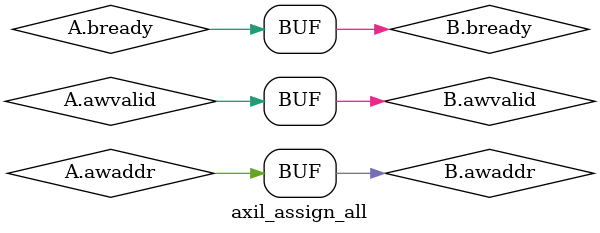
<source format=sv>

interface axil_intfc
#(
    //Width parameters for various AXI Signals
    parameter IS_64_BIT = 0,
    parameter AXI_ADDR_WIDTH = 32
)
(
    //The clock and reset the AXI interface is synchronous to
    input wire aclk,
    input wire aresetn
);
    //The Data Width from parameter
    localparam AXI_DATA_WIDTH = (IS_64_BIT ? 64 : 32);

    //Write Address Channel
    logic [AXI_ADDR_WIDTH-1:0]     awaddr; //no default value
    logic                          awvalid;
    logic                          awready;
    //Write Data Channel
    logic [AXI_DATA_WIDTH-1:0]     wdata; //no default value
    logic [(AXI_DATA_WIDTH/8)-1:0] wstrb; //default value = '1
    logic                          wvalid;
    logic                          wready;
    //Write Response Channel
    logic [1:0]                    bresp; //default value = 2'b00 (OKAY)
    logic                          bvalid;
    logic                          bready;
    //Read Address Channel
    logic [AXI_ADDR_WIDTH-1:0]     araddr; //no default value
    logic                          arvalid;
    logic                          arready;
    //Read Data Response Channel
    logic [AXI_DATA_WIDTH-1:0]     rdata; //no default value
    logic [1:0]                    rresp; //default value = 2'b00 (OKAY)
    logic                          rvalid;
    logic                          rready;

    //Master modport
    modport master
    (
        output
        awaddr,awvalid, //Write Address Channel
        wdata,wstrb,wvalid, //Write Data Channel
        bready, //Write Response Channel
        araddr,arvalid, //Read Address Channel
        rready, //Read Data Response Channel

        input 
        awready, //Write Address Channel
        wready, //Write Data Channel
        bresp,bvalid, //Write Response Channel
        arready, //Read Address Channel
        rdata,rresp,rvalid, //Read Data Response Channel
        aclk, aresetn //Clocking signals
    );

    //Slave modport
    modport slave
    (
        output 
        awready, //Write Address Channel
        wready, //Write Data Channel
        bresp,bvalid, //Write Response Channel
        arready, //Read Address Channel
        rdata,rresp,rvalid, //Read Data Response Channel

        input
        awaddr,awvalid, //Write Address Channel
        wdata,wstrb,wvalid, //Write Data Channel
        bready, //Write Response Channel
        araddr,arvalid, //Read Address Channel
        rready, //Read Data Response Channel
        aclk, aresetn //Clocking signals
    );

    //Special modports including only subset of channels
    modport aw_master (
        output awaddr,awvalid,
        input awready
    );
    modport aw_slave (
        input awaddr,awvalid,
        output awready
    );
    modport w_master (
        output wdata,wstrb,wvalid,
        input wready
    );
    modport w_slave (
        output wready,
        input wdata,wstrb,wvalid
    );
    modport b_master (
        output bready,
        input bresp,bvalid
    );
    modport b_slave (
        output bresp,bvalid,
        input bready
    );
    modport ar_master (
        output araddr,arvalid,
        input arready
    );
    modport ar_slave (
        output arready,
        input araddr,arvalid
    );
    modport r_master (
        output rready,
        input rdata,rresp,rvalid
    );
    modport r_slave (
        output rdata,rresp,rvalid,
        input rready
    );

    //Monitor signals modport
    modport monitor 
    (
        input
        awaddr,awvalid,awready, //Write Address Channel
        wdata,wstrb,wvalid,wready, //Write Data Channel
        bresp,bvalid,bready, //Write Response Channel
        araddr,arvalid,arready, //Read Address Channel
        rdata,rresp,rvalid,rready, //Read Data Response Channel
        aclk, aresetn //Clocking signals
    );
    
endinterface



//Modules used to assign interfaces in pass-through scenarios (avoiding boiler-plate assignment each time)

//Module to assign Write Address Channel signals (pass-through)
module axil_assign_aw (axil_intf.aw_master A, axil_intfc.aw_slave B);
    assign A.awaddr = B.awaddr;
    assign A.awvalid = B.awvalid;
    assign B.awready = A.awready;
endmodule

//Module to assign Write Data Channel signals (pass-through)
module axil_assign_w (axil_intf.w_master A, axil_intfc.w_slave B);
    assign A.wdata = B.wdata;
    assign A.wstrb = B.wstrb;
    assign A.wvalid = B.wvalid;
    assign B.wready = A.wready;
endmodule

//Module to assign Write Response Channel signals (pass-through)
module axil_assign_b (axil_intf.b_master A, axil_intfc.b_slave B);
    assign B.bresp = A.bresp;
    assign B.bvalid = A.bvalid;
    assign A.bready = B.bready;
endmodule

//Module to assign Read Address Channel signals (pass-through)
module axil_assign_ar (axil_intf.ar_master A, axil_intfc.ar_slave B);
    assign A.arid = B.arid;
    assign A.arvalid = B.arvalid;
    assign B.arready = A.arready;
endmodule

//Module to assign Read Data Response Channel signals (pass-through)
module axil_assign_r (axil_intf.r_master A, axil_intfc.r_slave B);
    assign B.rdata = A.rdata;
    assign B.rresp = A.rresp;
    assign B.rvalid = A.rvalid;
    assign A.ready = B.rready;
endmodule

//Module to assign all signals (pass-through)
module axil_assign_all (axil_intf.master A, axil_intfc.slave B);
    //Write Address Channel
    assign A.awaddr = B.awaddr;
    assign A.awvalid = B.awvalid;
    assign B.awready = A.awready;
    //Write Data Channel
    assign A.wdata = B.wdata;
    assign A.wstrb = B.wstrb;
    assign A.wvalid = B.wvalid;
    assign B.wready = A.wready;
    //Write Response Channel
    assign B.bid = A.bid;
    assign B.bvalid = A.bvalid;
    assign A.bready = B.bready;
    //Read Address Channel
    assign A.araddr = B.araddr;
    assign A.arvalid = B.arvalid;
    assign B.arready = A.arready;
    //Read Data Response Channel
    assign B.rdata = A.rdata;
    assign B.rresp = A.rresp;
    assign B.rvalid = A.rvalid;
    assign A.ready = B.rready;
endmodule

</source>
